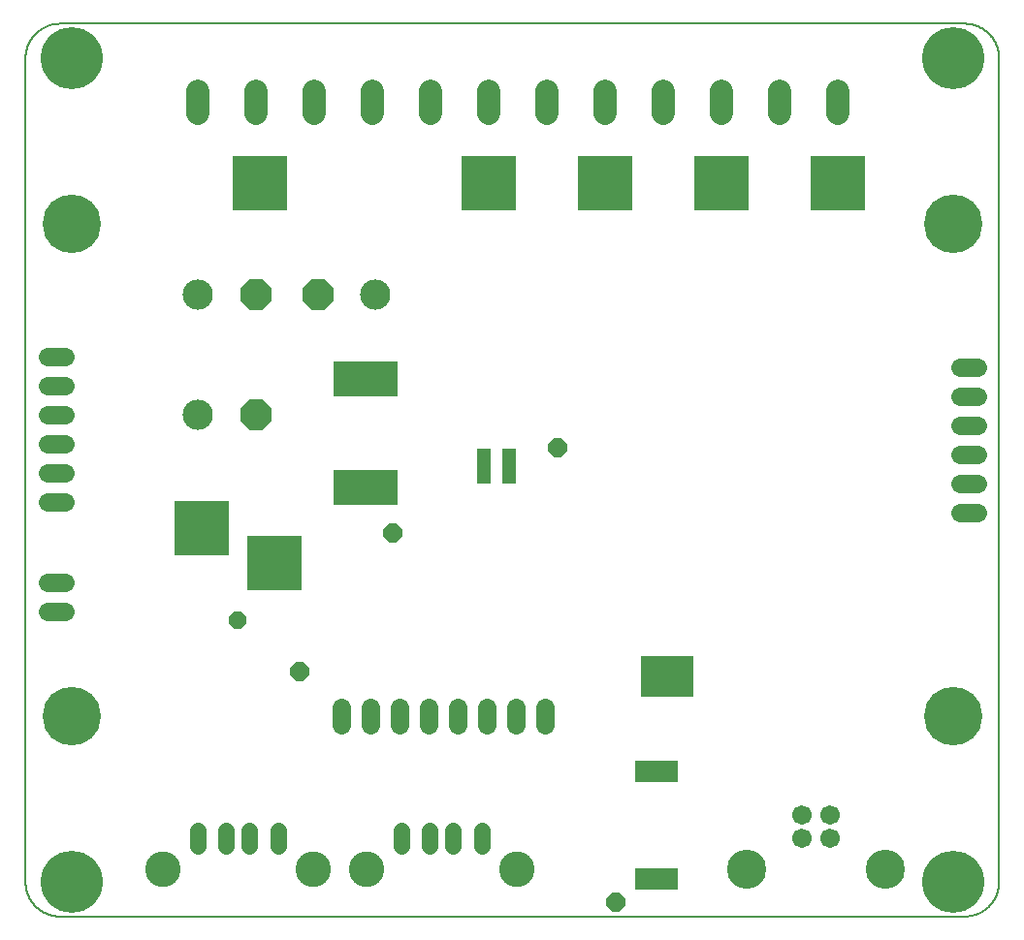
<source format=gbs>
G75*
%MOIN*%
%OFA0B0*%
%FSLAX25Y25*%
%IPPOS*%
%LPD*%
%AMOC8*
5,1,8,0,0,1.08239X$1,22.5*
%
%ADD10R,0.18904X0.18510*%
%ADD11R,0.04362X0.04362*%
%ADD12R,0.22054X0.12211*%
%ADD13C,0.10400*%
%ADD14OC8,0.10400*%
%ADD15C,0.06699*%
%ADD16C,0.13455*%
%ADD17R,0.05124X0.12211*%
%ADD18C,0.04362*%
%ADD19C,0.03575*%
%ADD20R,0.14573X0.07487*%
%ADD21C,0.05518*%
%ADD22C,0.12211*%
%ADD23C,0.06306*%
%ADD24C,0.08077*%
%ADD25C,0.21329*%
%ADD26C,0.00787*%
%ADD27C,0.20085*%
%ADD28R,0.18117X0.14180*%
%ADD29OC8,0.06400*%
%ADD30OC8,0.05715*%
D10*
X0149528Y0150148D03*
X0124528Y0162096D03*
X0144528Y0280846D03*
X0223278Y0280846D03*
X0263278Y0280846D03*
X0303278Y0280846D03*
X0343278Y0280846D03*
D11*
X0343278Y0280059D03*
X0348789Y0280059D03*
X0348789Y0285571D03*
X0343278Y0285571D03*
X0337766Y0285571D03*
X0337766Y0280059D03*
X0337766Y0274547D03*
X0343278Y0274547D03*
X0348789Y0274547D03*
X0308789Y0274547D03*
X0303278Y0274547D03*
X0303278Y0280059D03*
X0308789Y0280059D03*
X0308789Y0285571D03*
X0303278Y0285571D03*
X0297766Y0285571D03*
X0297766Y0280059D03*
X0297766Y0274547D03*
X0268789Y0274547D03*
X0263278Y0274547D03*
X0257766Y0274547D03*
X0257766Y0280059D03*
X0263278Y0280059D03*
X0268789Y0280059D03*
X0268789Y0285571D03*
X0263278Y0285571D03*
X0257766Y0285571D03*
X0228789Y0285571D03*
X0223278Y0285571D03*
X0223278Y0280059D03*
X0228789Y0280059D03*
X0228789Y0274547D03*
X0223278Y0274547D03*
X0217766Y0274547D03*
X0217766Y0280059D03*
X0217766Y0285571D03*
X0150039Y0285571D03*
X0144528Y0285571D03*
X0144528Y0280059D03*
X0150039Y0280059D03*
X0150039Y0274547D03*
X0144528Y0274547D03*
X0139016Y0274547D03*
X0139016Y0280059D03*
X0139016Y0285571D03*
X0174872Y0216526D03*
X0180778Y0216526D03*
X0186683Y0216526D03*
X0186683Y0210620D03*
X0180778Y0210620D03*
X0174872Y0210620D03*
X0174872Y0179124D03*
X0174872Y0173219D03*
X0180778Y0173219D03*
X0180778Y0179124D03*
X0186683Y0179124D03*
X0186683Y0173219D03*
X0155039Y0156447D03*
X0149528Y0156447D03*
X0149528Y0150935D03*
X0155039Y0150935D03*
X0155039Y0145423D03*
X0149528Y0145423D03*
X0144016Y0145423D03*
X0144016Y0150935D03*
X0144016Y0156447D03*
X0130039Y0155797D03*
X0124528Y0155797D03*
X0124528Y0161309D03*
X0130039Y0161309D03*
X0130039Y0166821D03*
X0124528Y0166821D03*
X0119016Y0166821D03*
X0119016Y0161309D03*
X0119016Y0155797D03*
X0276053Y0078770D03*
X0280778Y0078770D03*
X0285502Y0078770D03*
X0284528Y0108760D03*
X0288465Y0108760D03*
X0288465Y0113484D03*
X0284528Y0113484D03*
X0280591Y0113484D03*
X0280591Y0108760D03*
X0280778Y0040974D03*
X0285502Y0040974D03*
X0276053Y0040974D03*
D12*
X0180778Y0176171D03*
X0180778Y0213573D03*
D13*
X0184370Y0242372D03*
X0123435Y0242372D03*
X0123435Y0201122D03*
D14*
X0143120Y0201122D03*
X0143120Y0242372D03*
X0164685Y0242372D03*
D15*
X0330856Y0063415D03*
X0330856Y0055541D03*
X0340699Y0055541D03*
X0340699Y0063415D03*
D16*
X0359478Y0044872D03*
X0312077Y0044872D03*
D17*
X0230108Y0183622D03*
X0221447Y0183622D03*
D18*
X0221447Y0179685D03*
X0221447Y0187559D03*
X0230108Y0187559D03*
X0230108Y0179685D03*
D19*
X0230699Y0183622D03*
X0220856Y0183622D03*
D20*
X0280778Y0078376D03*
X0280778Y0041368D03*
D21*
X0220807Y0052982D02*
X0220807Y0058100D01*
X0210965Y0058100D02*
X0210965Y0052982D01*
X0203091Y0052982D02*
X0203091Y0058100D01*
X0193248Y0058100D02*
X0193248Y0052982D01*
X0150807Y0052982D02*
X0150807Y0058100D01*
X0140965Y0058100D02*
X0140965Y0052982D01*
X0133091Y0052982D02*
X0133091Y0058100D01*
X0123248Y0058100D02*
X0123248Y0052982D01*
D22*
X0111161Y0044872D03*
X0162894Y0044872D03*
X0181161Y0044872D03*
X0232894Y0044872D03*
D23*
X0232756Y0094567D02*
X0232756Y0100472D01*
X0242756Y0100472D02*
X0242756Y0094567D01*
X0222756Y0094567D02*
X0222756Y0100472D01*
X0212756Y0100472D02*
X0212756Y0094567D01*
X0202756Y0094567D02*
X0202756Y0100472D01*
X0192756Y0100472D02*
X0192756Y0094567D01*
X0182756Y0094567D02*
X0182756Y0100472D01*
X0172756Y0100472D02*
X0172756Y0094567D01*
X0077480Y0133622D02*
X0071575Y0133622D01*
X0071575Y0143622D02*
X0077480Y0143622D01*
X0077480Y0171122D02*
X0071575Y0171122D01*
X0071575Y0181122D02*
X0077480Y0181122D01*
X0077480Y0191122D02*
X0071575Y0191122D01*
X0071575Y0201122D02*
X0077480Y0201122D01*
X0077480Y0211122D02*
X0071575Y0211122D01*
X0071575Y0221122D02*
X0077480Y0221122D01*
X0385325Y0217372D02*
X0391230Y0217372D01*
X0391230Y0207372D02*
X0385325Y0207372D01*
X0385325Y0197372D02*
X0391230Y0197372D01*
X0391230Y0187372D02*
X0385325Y0187372D01*
X0385325Y0177372D02*
X0391230Y0177372D01*
X0391230Y0167372D02*
X0385325Y0167372D01*
D24*
X0343278Y0304783D02*
X0343278Y0312461D01*
X0323278Y0312461D02*
X0323278Y0304783D01*
X0303278Y0304783D02*
X0303278Y0312461D01*
X0283278Y0312461D02*
X0283278Y0304783D01*
X0263278Y0304783D02*
X0263278Y0312461D01*
X0243278Y0312461D02*
X0243278Y0304783D01*
X0223278Y0304783D02*
X0223278Y0312461D01*
X0203278Y0312461D02*
X0203278Y0304783D01*
X0183278Y0304783D02*
X0183278Y0312461D01*
X0163278Y0312461D02*
X0163278Y0304783D01*
X0143278Y0304783D02*
X0143278Y0312461D01*
X0123278Y0312461D02*
X0123278Y0304783D01*
D25*
X0079803Y0323898D03*
X0382953Y0323898D03*
X0382953Y0040433D03*
X0079803Y0040433D03*
D26*
X0064055Y0040433D02*
X0064055Y0323898D01*
X0064058Y0324183D01*
X0064069Y0324469D01*
X0064086Y0324754D01*
X0064110Y0325038D01*
X0064141Y0325322D01*
X0064179Y0325605D01*
X0064224Y0325886D01*
X0064275Y0326167D01*
X0064333Y0326447D01*
X0064398Y0326725D01*
X0064470Y0327001D01*
X0064548Y0327275D01*
X0064633Y0327548D01*
X0064725Y0327818D01*
X0064823Y0328086D01*
X0064927Y0328352D01*
X0065038Y0328615D01*
X0065155Y0328875D01*
X0065278Y0329133D01*
X0065408Y0329387D01*
X0065544Y0329638D01*
X0065685Y0329886D01*
X0065833Y0330130D01*
X0065986Y0330371D01*
X0066146Y0330607D01*
X0066311Y0330840D01*
X0066481Y0331069D01*
X0066657Y0331294D01*
X0066839Y0331514D01*
X0067025Y0331730D01*
X0067217Y0331941D01*
X0067414Y0332148D01*
X0067616Y0332350D01*
X0067823Y0332547D01*
X0068034Y0332739D01*
X0068250Y0332925D01*
X0068470Y0333107D01*
X0068695Y0333283D01*
X0068924Y0333453D01*
X0069157Y0333618D01*
X0069393Y0333778D01*
X0069634Y0333931D01*
X0069878Y0334079D01*
X0070126Y0334220D01*
X0070377Y0334356D01*
X0070631Y0334486D01*
X0070889Y0334609D01*
X0071149Y0334726D01*
X0071412Y0334837D01*
X0071678Y0334941D01*
X0071946Y0335039D01*
X0072216Y0335131D01*
X0072489Y0335216D01*
X0072763Y0335294D01*
X0073039Y0335366D01*
X0073317Y0335431D01*
X0073597Y0335489D01*
X0073878Y0335540D01*
X0074159Y0335585D01*
X0074442Y0335623D01*
X0074726Y0335654D01*
X0075010Y0335678D01*
X0075295Y0335695D01*
X0075581Y0335706D01*
X0075866Y0335709D01*
X0386890Y0335709D01*
X0387175Y0335706D01*
X0387461Y0335695D01*
X0387746Y0335678D01*
X0388030Y0335654D01*
X0388314Y0335623D01*
X0388597Y0335585D01*
X0388878Y0335540D01*
X0389159Y0335489D01*
X0389439Y0335431D01*
X0389717Y0335366D01*
X0389993Y0335294D01*
X0390267Y0335216D01*
X0390540Y0335131D01*
X0390810Y0335039D01*
X0391078Y0334941D01*
X0391344Y0334837D01*
X0391607Y0334726D01*
X0391867Y0334609D01*
X0392125Y0334486D01*
X0392379Y0334356D01*
X0392630Y0334220D01*
X0392878Y0334079D01*
X0393122Y0333931D01*
X0393363Y0333778D01*
X0393599Y0333618D01*
X0393832Y0333453D01*
X0394061Y0333283D01*
X0394286Y0333107D01*
X0394506Y0332925D01*
X0394722Y0332739D01*
X0394933Y0332547D01*
X0395140Y0332350D01*
X0395342Y0332148D01*
X0395539Y0331941D01*
X0395731Y0331730D01*
X0395917Y0331514D01*
X0396099Y0331294D01*
X0396275Y0331069D01*
X0396445Y0330840D01*
X0396610Y0330607D01*
X0396770Y0330371D01*
X0396923Y0330130D01*
X0397071Y0329886D01*
X0397212Y0329638D01*
X0397348Y0329387D01*
X0397478Y0329133D01*
X0397601Y0328875D01*
X0397718Y0328615D01*
X0397829Y0328352D01*
X0397933Y0328086D01*
X0398031Y0327818D01*
X0398123Y0327548D01*
X0398208Y0327275D01*
X0398286Y0327001D01*
X0398358Y0326725D01*
X0398423Y0326447D01*
X0398481Y0326167D01*
X0398532Y0325886D01*
X0398577Y0325605D01*
X0398615Y0325322D01*
X0398646Y0325038D01*
X0398670Y0324754D01*
X0398687Y0324469D01*
X0398698Y0324183D01*
X0398701Y0323898D01*
X0398701Y0040433D01*
X0398698Y0040148D01*
X0398687Y0039862D01*
X0398670Y0039577D01*
X0398646Y0039293D01*
X0398615Y0039009D01*
X0398577Y0038726D01*
X0398532Y0038445D01*
X0398481Y0038164D01*
X0398423Y0037884D01*
X0398358Y0037606D01*
X0398286Y0037330D01*
X0398208Y0037056D01*
X0398123Y0036783D01*
X0398031Y0036513D01*
X0397933Y0036245D01*
X0397829Y0035979D01*
X0397718Y0035716D01*
X0397601Y0035456D01*
X0397478Y0035198D01*
X0397348Y0034944D01*
X0397212Y0034693D01*
X0397071Y0034445D01*
X0396923Y0034201D01*
X0396770Y0033960D01*
X0396610Y0033724D01*
X0396445Y0033491D01*
X0396275Y0033262D01*
X0396099Y0033037D01*
X0395917Y0032817D01*
X0395731Y0032601D01*
X0395539Y0032390D01*
X0395342Y0032183D01*
X0395140Y0031981D01*
X0394933Y0031784D01*
X0394722Y0031592D01*
X0394506Y0031406D01*
X0394286Y0031224D01*
X0394061Y0031048D01*
X0393832Y0030878D01*
X0393599Y0030713D01*
X0393363Y0030553D01*
X0393122Y0030400D01*
X0392878Y0030252D01*
X0392630Y0030111D01*
X0392379Y0029975D01*
X0392125Y0029845D01*
X0391867Y0029722D01*
X0391607Y0029605D01*
X0391344Y0029494D01*
X0391078Y0029390D01*
X0390810Y0029292D01*
X0390540Y0029200D01*
X0390267Y0029115D01*
X0389993Y0029037D01*
X0389717Y0028965D01*
X0389439Y0028900D01*
X0389159Y0028842D01*
X0388878Y0028791D01*
X0388597Y0028746D01*
X0388314Y0028708D01*
X0388030Y0028677D01*
X0387746Y0028653D01*
X0387461Y0028636D01*
X0387175Y0028625D01*
X0386890Y0028622D01*
X0075866Y0028622D01*
X0075581Y0028625D01*
X0075295Y0028636D01*
X0075010Y0028653D01*
X0074726Y0028677D01*
X0074442Y0028708D01*
X0074159Y0028746D01*
X0073878Y0028791D01*
X0073597Y0028842D01*
X0073317Y0028900D01*
X0073039Y0028965D01*
X0072763Y0029037D01*
X0072489Y0029115D01*
X0072216Y0029200D01*
X0071946Y0029292D01*
X0071678Y0029390D01*
X0071412Y0029494D01*
X0071149Y0029605D01*
X0070889Y0029722D01*
X0070631Y0029845D01*
X0070377Y0029975D01*
X0070126Y0030111D01*
X0069878Y0030252D01*
X0069634Y0030400D01*
X0069393Y0030553D01*
X0069157Y0030713D01*
X0068924Y0030878D01*
X0068695Y0031048D01*
X0068470Y0031224D01*
X0068250Y0031406D01*
X0068034Y0031592D01*
X0067823Y0031784D01*
X0067616Y0031981D01*
X0067414Y0032183D01*
X0067217Y0032390D01*
X0067025Y0032601D01*
X0066839Y0032817D01*
X0066657Y0033037D01*
X0066481Y0033262D01*
X0066311Y0033491D01*
X0066146Y0033724D01*
X0065986Y0033960D01*
X0065833Y0034201D01*
X0065685Y0034445D01*
X0065544Y0034693D01*
X0065408Y0034944D01*
X0065278Y0035198D01*
X0065155Y0035456D01*
X0065038Y0035716D01*
X0064927Y0035979D01*
X0064823Y0036245D01*
X0064725Y0036513D01*
X0064633Y0036783D01*
X0064548Y0037056D01*
X0064470Y0037330D01*
X0064398Y0037606D01*
X0064333Y0037884D01*
X0064275Y0038164D01*
X0064224Y0038445D01*
X0064179Y0038726D01*
X0064141Y0039009D01*
X0064110Y0039293D01*
X0064086Y0039577D01*
X0064069Y0039862D01*
X0064058Y0040148D01*
X0064055Y0040433D01*
D27*
X0079803Y0097520D03*
X0079803Y0266811D03*
X0382953Y0266811D03*
X0382953Y0097520D03*
D28*
X0284528Y0111122D03*
D29*
X0247028Y0189872D03*
X0190153Y0160497D03*
X0158278Y0112997D03*
X0267028Y0033622D03*
D30*
X0137028Y0130497D03*
M02*

</source>
